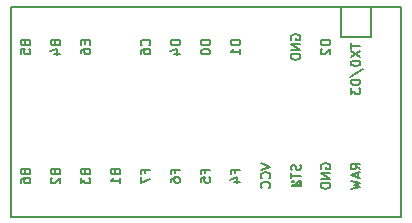
<source format=gbo>
G04 #@! TF.GenerationSoftware,KiCad,Pcbnew,8.0.8*
G04 #@! TF.CreationDate,2025-02-10T09:22:13+01:00*
G04 #@! TF.ProjectId,better,62657474-6572-42e6-9b69-6361645f7063,rev?*
G04 #@! TF.SameCoordinates,Original*
G04 #@! TF.FileFunction,Legend,Bot*
G04 #@! TF.FilePolarity,Positive*
%FSLAX46Y46*%
G04 Gerber Fmt 4.6, Leading zero omitted, Abs format (unit mm)*
G04 Created by KiCad (PCBNEW 8.0.8) date 2025-02-10 09:22:13*
%MOMM*%
%LPD*%
G01*
G04 APERTURE LIST*
%ADD10C,0.150000*%
%ADD11C,0.200000*%
%ADD12R,1.752600X1.752600*%
%ADD13C,1.752600*%
%ADD14R,1.600000X1.600000*%
%ADD15O,1.600000X1.600000*%
%ADD16C,1.750000*%
%ADD17C,4.000000*%
%ADD18C,2.500000*%
%ADD19R,2.000000X2.000000*%
%ADD20C,2.000000*%
%ADD21R,3.200000X2.000000*%
G04 APERTURE END LIST*
D10*
X178628247Y-35490190D02*
X178666342Y-35604476D01*
X178666342Y-35604476D02*
X178704438Y-35642571D01*
X178704438Y-35642571D02*
X178780628Y-35680667D01*
X178780628Y-35680667D02*
X178894914Y-35680667D01*
X178894914Y-35680667D02*
X178971104Y-35642571D01*
X178971104Y-35642571D02*
X179009200Y-35604476D01*
X179009200Y-35604476D02*
X179047295Y-35528286D01*
X179047295Y-35528286D02*
X179047295Y-35223524D01*
X179047295Y-35223524D02*
X178247295Y-35223524D01*
X178247295Y-35223524D02*
X178247295Y-35490190D01*
X178247295Y-35490190D02*
X178285390Y-35566381D01*
X178285390Y-35566381D02*
X178323485Y-35604476D01*
X178323485Y-35604476D02*
X178399676Y-35642571D01*
X178399676Y-35642571D02*
X178475866Y-35642571D01*
X178475866Y-35642571D02*
X178552057Y-35604476D01*
X178552057Y-35604476D02*
X178590152Y-35566381D01*
X178590152Y-35566381D02*
X178628247Y-35490190D01*
X178628247Y-35490190D02*
X178628247Y-35223524D01*
X178247295Y-36404476D02*
X178247295Y-36023524D01*
X178247295Y-36023524D02*
X178628247Y-35985428D01*
X178628247Y-35985428D02*
X178590152Y-36023524D01*
X178590152Y-36023524D02*
X178552057Y-36099714D01*
X178552057Y-36099714D02*
X178552057Y-36290190D01*
X178552057Y-36290190D02*
X178590152Y-36366381D01*
X178590152Y-36366381D02*
X178628247Y-36404476D01*
X178628247Y-36404476D02*
X178704438Y-36442571D01*
X178704438Y-36442571D02*
X178894914Y-36442571D01*
X178894914Y-36442571D02*
X178971104Y-36404476D01*
X178971104Y-36404476D02*
X179009200Y-36366381D01*
X179009200Y-36366381D02*
X179047295Y-36290190D01*
X179047295Y-36290190D02*
X179047295Y-36099714D01*
X179047295Y-36099714D02*
X179009200Y-36023524D01*
X179009200Y-36023524D02*
X178971104Y-35985428D01*
X193868247Y-46469333D02*
X193868247Y-46202667D01*
X194287295Y-46202667D02*
X193487295Y-46202667D01*
X193487295Y-46202667D02*
X193487295Y-46583619D01*
X193487295Y-47269333D02*
X193487295Y-46888381D01*
X193487295Y-46888381D02*
X193868247Y-46850285D01*
X193868247Y-46850285D02*
X193830152Y-46888381D01*
X193830152Y-46888381D02*
X193792057Y-46964571D01*
X193792057Y-46964571D02*
X193792057Y-47155047D01*
X193792057Y-47155047D02*
X193830152Y-47231238D01*
X193830152Y-47231238D02*
X193868247Y-47269333D01*
X193868247Y-47269333D02*
X193944438Y-47307428D01*
X193944438Y-47307428D02*
X194134914Y-47307428D01*
X194134914Y-47307428D02*
X194211104Y-47269333D01*
X194211104Y-47269333D02*
X194249200Y-47231238D01*
X194249200Y-47231238D02*
X194287295Y-47155047D01*
X194287295Y-47155047D02*
X194287295Y-46964571D01*
X194287295Y-46964571D02*
X194249200Y-46888381D01*
X194249200Y-46888381D02*
X194211104Y-46850285D01*
X194287295Y-35223524D02*
X193487295Y-35223524D01*
X193487295Y-35223524D02*
X193487295Y-35414000D01*
X193487295Y-35414000D02*
X193525390Y-35528286D01*
X193525390Y-35528286D02*
X193601580Y-35604476D01*
X193601580Y-35604476D02*
X193677771Y-35642571D01*
X193677771Y-35642571D02*
X193830152Y-35680667D01*
X193830152Y-35680667D02*
X193944438Y-35680667D01*
X193944438Y-35680667D02*
X194096819Y-35642571D01*
X194096819Y-35642571D02*
X194173009Y-35604476D01*
X194173009Y-35604476D02*
X194249200Y-35528286D01*
X194249200Y-35528286D02*
X194287295Y-35414000D01*
X194287295Y-35414000D02*
X194287295Y-35223524D01*
X193487295Y-36175905D02*
X193487295Y-36252095D01*
X193487295Y-36252095D02*
X193525390Y-36328286D01*
X193525390Y-36328286D02*
X193563485Y-36366381D01*
X193563485Y-36366381D02*
X193639676Y-36404476D01*
X193639676Y-36404476D02*
X193792057Y-36442571D01*
X193792057Y-36442571D02*
X193982533Y-36442571D01*
X193982533Y-36442571D02*
X194134914Y-36404476D01*
X194134914Y-36404476D02*
X194211104Y-36366381D01*
X194211104Y-36366381D02*
X194249200Y-36328286D01*
X194249200Y-36328286D02*
X194287295Y-36252095D01*
X194287295Y-36252095D02*
X194287295Y-36175905D01*
X194287295Y-36175905D02*
X194249200Y-36099714D01*
X194249200Y-36099714D02*
X194211104Y-36061619D01*
X194211104Y-36061619D02*
X194134914Y-36023524D01*
X194134914Y-36023524D02*
X193982533Y-35985428D01*
X193982533Y-35985428D02*
X193792057Y-35985428D01*
X193792057Y-35985428D02*
X193639676Y-36023524D01*
X193639676Y-36023524D02*
X193563485Y-36061619D01*
X193563485Y-36061619D02*
X193525390Y-36099714D01*
X193525390Y-36099714D02*
X193487295Y-36175905D01*
X181168247Y-35490190D02*
X181206342Y-35604476D01*
X181206342Y-35604476D02*
X181244438Y-35642571D01*
X181244438Y-35642571D02*
X181320628Y-35680667D01*
X181320628Y-35680667D02*
X181434914Y-35680667D01*
X181434914Y-35680667D02*
X181511104Y-35642571D01*
X181511104Y-35642571D02*
X181549200Y-35604476D01*
X181549200Y-35604476D02*
X181587295Y-35528286D01*
X181587295Y-35528286D02*
X181587295Y-35223524D01*
X181587295Y-35223524D02*
X180787295Y-35223524D01*
X180787295Y-35223524D02*
X180787295Y-35490190D01*
X180787295Y-35490190D02*
X180825390Y-35566381D01*
X180825390Y-35566381D02*
X180863485Y-35604476D01*
X180863485Y-35604476D02*
X180939676Y-35642571D01*
X180939676Y-35642571D02*
X181015866Y-35642571D01*
X181015866Y-35642571D02*
X181092057Y-35604476D01*
X181092057Y-35604476D02*
X181130152Y-35566381D01*
X181130152Y-35566381D02*
X181168247Y-35490190D01*
X181168247Y-35490190D02*
X181168247Y-35223524D01*
X181053961Y-36366381D02*
X181587295Y-36366381D01*
X180749200Y-36175905D02*
X181320628Y-35985428D01*
X181320628Y-35985428D02*
X181320628Y-36480667D01*
X196827295Y-35223524D02*
X196027295Y-35223524D01*
X196027295Y-35223524D02*
X196027295Y-35414000D01*
X196027295Y-35414000D02*
X196065390Y-35528286D01*
X196065390Y-35528286D02*
X196141580Y-35604476D01*
X196141580Y-35604476D02*
X196217771Y-35642571D01*
X196217771Y-35642571D02*
X196370152Y-35680667D01*
X196370152Y-35680667D02*
X196484438Y-35680667D01*
X196484438Y-35680667D02*
X196636819Y-35642571D01*
X196636819Y-35642571D02*
X196713009Y-35604476D01*
X196713009Y-35604476D02*
X196789200Y-35528286D01*
X196789200Y-35528286D02*
X196827295Y-35414000D01*
X196827295Y-35414000D02*
X196827295Y-35223524D01*
X196827295Y-36442571D02*
X196827295Y-35985428D01*
X196827295Y-36214000D02*
X196027295Y-36214000D01*
X196027295Y-36214000D02*
X196141580Y-36137809D01*
X196141580Y-36137809D02*
X196217771Y-36061619D01*
X196217771Y-36061619D02*
X196255866Y-35985428D01*
X206187295Y-35512651D02*
X206187295Y-35969794D01*
X206987295Y-35741222D02*
X206187295Y-35741222D01*
X206187295Y-36160270D02*
X206987295Y-36693604D01*
X206187295Y-36693604D02*
X206987295Y-36160270D01*
X206187295Y-37150747D02*
X206187295Y-37226937D01*
X206187295Y-37226937D02*
X206225390Y-37303128D01*
X206225390Y-37303128D02*
X206263485Y-37341223D01*
X206263485Y-37341223D02*
X206339676Y-37379318D01*
X206339676Y-37379318D02*
X206492057Y-37417413D01*
X206492057Y-37417413D02*
X206682533Y-37417413D01*
X206682533Y-37417413D02*
X206834914Y-37379318D01*
X206834914Y-37379318D02*
X206911104Y-37341223D01*
X206911104Y-37341223D02*
X206949200Y-37303128D01*
X206949200Y-37303128D02*
X206987295Y-37226937D01*
X206987295Y-37226937D02*
X206987295Y-37150747D01*
X206987295Y-37150747D02*
X206949200Y-37074556D01*
X206949200Y-37074556D02*
X206911104Y-37036461D01*
X206911104Y-37036461D02*
X206834914Y-36998366D01*
X206834914Y-36998366D02*
X206682533Y-36960270D01*
X206682533Y-36960270D02*
X206492057Y-36960270D01*
X206492057Y-36960270D02*
X206339676Y-36998366D01*
X206339676Y-36998366D02*
X206263485Y-37036461D01*
X206263485Y-37036461D02*
X206225390Y-37074556D01*
X206225390Y-37074556D02*
X206187295Y-37150747D01*
X206149200Y-38331699D02*
X207177771Y-37645985D01*
X206987295Y-38598366D02*
X206187295Y-38598366D01*
X206187295Y-38598366D02*
X206187295Y-38788842D01*
X206187295Y-38788842D02*
X206225390Y-38903128D01*
X206225390Y-38903128D02*
X206301580Y-38979318D01*
X206301580Y-38979318D02*
X206377771Y-39017413D01*
X206377771Y-39017413D02*
X206530152Y-39055509D01*
X206530152Y-39055509D02*
X206644438Y-39055509D01*
X206644438Y-39055509D02*
X206796819Y-39017413D01*
X206796819Y-39017413D02*
X206873009Y-38979318D01*
X206873009Y-38979318D02*
X206949200Y-38903128D01*
X206949200Y-38903128D02*
X206987295Y-38788842D01*
X206987295Y-38788842D02*
X206987295Y-38598366D01*
X206187295Y-39322175D02*
X206187295Y-39817413D01*
X206187295Y-39817413D02*
X206492057Y-39550747D01*
X206492057Y-39550747D02*
X206492057Y-39665032D01*
X206492057Y-39665032D02*
X206530152Y-39741223D01*
X206530152Y-39741223D02*
X206568247Y-39779318D01*
X206568247Y-39779318D02*
X206644438Y-39817413D01*
X206644438Y-39817413D02*
X206834914Y-39817413D01*
X206834914Y-39817413D02*
X206911104Y-39779318D01*
X206911104Y-39779318D02*
X206949200Y-39741223D01*
X206949200Y-39741223D02*
X206987295Y-39665032D01*
X206987295Y-39665032D02*
X206987295Y-39436461D01*
X206987295Y-39436461D02*
X206949200Y-39360270D01*
X206949200Y-39360270D02*
X206911104Y-39322175D01*
X204447295Y-35223524D02*
X203647295Y-35223524D01*
X203647295Y-35223524D02*
X203647295Y-35414000D01*
X203647295Y-35414000D02*
X203685390Y-35528286D01*
X203685390Y-35528286D02*
X203761580Y-35604476D01*
X203761580Y-35604476D02*
X203837771Y-35642571D01*
X203837771Y-35642571D02*
X203990152Y-35680667D01*
X203990152Y-35680667D02*
X204104438Y-35680667D01*
X204104438Y-35680667D02*
X204256819Y-35642571D01*
X204256819Y-35642571D02*
X204333009Y-35604476D01*
X204333009Y-35604476D02*
X204409200Y-35528286D01*
X204409200Y-35528286D02*
X204447295Y-35414000D01*
X204447295Y-35414000D02*
X204447295Y-35223524D01*
X203723485Y-35985428D02*
X203685390Y-36023524D01*
X203685390Y-36023524D02*
X203647295Y-36099714D01*
X203647295Y-36099714D02*
X203647295Y-36290190D01*
X203647295Y-36290190D02*
X203685390Y-36366381D01*
X203685390Y-36366381D02*
X203723485Y-36404476D01*
X203723485Y-36404476D02*
X203799676Y-36442571D01*
X203799676Y-36442571D02*
X203875866Y-36442571D01*
X203875866Y-36442571D02*
X203990152Y-36404476D01*
X203990152Y-36404476D02*
X204447295Y-35947333D01*
X204447295Y-35947333D02*
X204447295Y-36442571D01*
X183708247Y-46412190D02*
X183746342Y-46526476D01*
X183746342Y-46526476D02*
X183784438Y-46564571D01*
X183784438Y-46564571D02*
X183860628Y-46602667D01*
X183860628Y-46602667D02*
X183974914Y-46602667D01*
X183974914Y-46602667D02*
X184051104Y-46564571D01*
X184051104Y-46564571D02*
X184089200Y-46526476D01*
X184089200Y-46526476D02*
X184127295Y-46450286D01*
X184127295Y-46450286D02*
X184127295Y-46145524D01*
X184127295Y-46145524D02*
X183327295Y-46145524D01*
X183327295Y-46145524D02*
X183327295Y-46412190D01*
X183327295Y-46412190D02*
X183365390Y-46488381D01*
X183365390Y-46488381D02*
X183403485Y-46526476D01*
X183403485Y-46526476D02*
X183479676Y-46564571D01*
X183479676Y-46564571D02*
X183555866Y-46564571D01*
X183555866Y-46564571D02*
X183632057Y-46526476D01*
X183632057Y-46526476D02*
X183670152Y-46488381D01*
X183670152Y-46488381D02*
X183708247Y-46412190D01*
X183708247Y-46412190D02*
X183708247Y-46145524D01*
X183327295Y-46869333D02*
X183327295Y-47364571D01*
X183327295Y-47364571D02*
X183632057Y-47097905D01*
X183632057Y-47097905D02*
X183632057Y-47212190D01*
X183632057Y-47212190D02*
X183670152Y-47288381D01*
X183670152Y-47288381D02*
X183708247Y-47326476D01*
X183708247Y-47326476D02*
X183784438Y-47364571D01*
X183784438Y-47364571D02*
X183974914Y-47364571D01*
X183974914Y-47364571D02*
X184051104Y-47326476D01*
X184051104Y-47326476D02*
X184089200Y-47288381D01*
X184089200Y-47288381D02*
X184127295Y-47212190D01*
X184127295Y-47212190D02*
X184127295Y-46983619D01*
X184127295Y-46983619D02*
X184089200Y-46907428D01*
X184089200Y-46907428D02*
X184051104Y-46869333D01*
X196408247Y-46469333D02*
X196408247Y-46202667D01*
X196827295Y-46202667D02*
X196027295Y-46202667D01*
X196027295Y-46202667D02*
X196027295Y-46583619D01*
X196293961Y-47231238D02*
X196827295Y-47231238D01*
X195989200Y-47040762D02*
X196560628Y-46850285D01*
X196560628Y-46850285D02*
X196560628Y-47345524D01*
X183708247Y-35261619D02*
X183708247Y-35528285D01*
X184127295Y-35642571D02*
X184127295Y-35261619D01*
X184127295Y-35261619D02*
X183327295Y-35261619D01*
X183327295Y-35261619D02*
X183327295Y-35642571D01*
X183327295Y-36328286D02*
X183327295Y-36175905D01*
X183327295Y-36175905D02*
X183365390Y-36099714D01*
X183365390Y-36099714D02*
X183403485Y-36061619D01*
X183403485Y-36061619D02*
X183517771Y-35985429D01*
X183517771Y-35985429D02*
X183670152Y-35947333D01*
X183670152Y-35947333D02*
X183974914Y-35947333D01*
X183974914Y-35947333D02*
X184051104Y-35985429D01*
X184051104Y-35985429D02*
X184089200Y-36023524D01*
X184089200Y-36023524D02*
X184127295Y-36099714D01*
X184127295Y-36099714D02*
X184127295Y-36252095D01*
X184127295Y-36252095D02*
X184089200Y-36328286D01*
X184089200Y-36328286D02*
X184051104Y-36366381D01*
X184051104Y-36366381D02*
X183974914Y-36404476D01*
X183974914Y-36404476D02*
X183784438Y-36404476D01*
X183784438Y-36404476D02*
X183708247Y-36366381D01*
X183708247Y-36366381D02*
X183670152Y-36328286D01*
X183670152Y-36328286D02*
X183632057Y-36252095D01*
X183632057Y-36252095D02*
X183632057Y-36099714D01*
X183632057Y-36099714D02*
X183670152Y-36023524D01*
X183670152Y-36023524D02*
X183708247Y-35985429D01*
X183708247Y-35985429D02*
X183784438Y-35947333D01*
X201145390Y-35204476D02*
X201107295Y-35128286D01*
X201107295Y-35128286D02*
X201107295Y-35014000D01*
X201107295Y-35014000D02*
X201145390Y-34899714D01*
X201145390Y-34899714D02*
X201221580Y-34823524D01*
X201221580Y-34823524D02*
X201297771Y-34785429D01*
X201297771Y-34785429D02*
X201450152Y-34747333D01*
X201450152Y-34747333D02*
X201564438Y-34747333D01*
X201564438Y-34747333D02*
X201716819Y-34785429D01*
X201716819Y-34785429D02*
X201793009Y-34823524D01*
X201793009Y-34823524D02*
X201869200Y-34899714D01*
X201869200Y-34899714D02*
X201907295Y-35014000D01*
X201907295Y-35014000D02*
X201907295Y-35090191D01*
X201907295Y-35090191D02*
X201869200Y-35204476D01*
X201869200Y-35204476D02*
X201831104Y-35242572D01*
X201831104Y-35242572D02*
X201564438Y-35242572D01*
X201564438Y-35242572D02*
X201564438Y-35090191D01*
X201907295Y-35585429D02*
X201107295Y-35585429D01*
X201107295Y-35585429D02*
X201907295Y-36042572D01*
X201907295Y-36042572D02*
X201107295Y-36042572D01*
X201907295Y-36423524D02*
X201107295Y-36423524D01*
X201107295Y-36423524D02*
X201107295Y-36614000D01*
X201107295Y-36614000D02*
X201145390Y-36728286D01*
X201145390Y-36728286D02*
X201221580Y-36804476D01*
X201221580Y-36804476D02*
X201297771Y-36842571D01*
X201297771Y-36842571D02*
X201450152Y-36880667D01*
X201450152Y-36880667D02*
X201564438Y-36880667D01*
X201564438Y-36880667D02*
X201716819Y-36842571D01*
X201716819Y-36842571D02*
X201793009Y-36804476D01*
X201793009Y-36804476D02*
X201869200Y-36728286D01*
X201869200Y-36728286D02*
X201907295Y-36614000D01*
X201907295Y-36614000D02*
X201907295Y-36423524D01*
X201889200Y-45781666D02*
X201927295Y-45895952D01*
X201927295Y-45895952D02*
X201927295Y-46086428D01*
X201927295Y-46086428D02*
X201889200Y-46162619D01*
X201889200Y-46162619D02*
X201851104Y-46200714D01*
X201851104Y-46200714D02*
X201774914Y-46238809D01*
X201774914Y-46238809D02*
X201698723Y-46238809D01*
X201698723Y-46238809D02*
X201622533Y-46200714D01*
X201622533Y-46200714D02*
X201584438Y-46162619D01*
X201584438Y-46162619D02*
X201546342Y-46086428D01*
X201546342Y-46086428D02*
X201508247Y-45934047D01*
X201508247Y-45934047D02*
X201470152Y-45857857D01*
X201470152Y-45857857D02*
X201432057Y-45819762D01*
X201432057Y-45819762D02*
X201355866Y-45781666D01*
X201355866Y-45781666D02*
X201279676Y-45781666D01*
X201279676Y-45781666D02*
X201203485Y-45819762D01*
X201203485Y-45819762D02*
X201165390Y-45857857D01*
X201165390Y-45857857D02*
X201127295Y-45934047D01*
X201127295Y-45934047D02*
X201127295Y-46124524D01*
X201127295Y-46124524D02*
X201165390Y-46238809D01*
X201127295Y-46467381D02*
X201127295Y-46924524D01*
X201927295Y-46695952D02*
X201127295Y-46695952D01*
X198567295Y-45669333D02*
X199367295Y-45936000D01*
X199367295Y-45936000D02*
X198567295Y-46202666D01*
X199291104Y-46926476D02*
X199329200Y-46888380D01*
X199329200Y-46888380D02*
X199367295Y-46774095D01*
X199367295Y-46774095D02*
X199367295Y-46697904D01*
X199367295Y-46697904D02*
X199329200Y-46583618D01*
X199329200Y-46583618D02*
X199253009Y-46507428D01*
X199253009Y-46507428D02*
X199176819Y-46469333D01*
X199176819Y-46469333D02*
X199024438Y-46431237D01*
X199024438Y-46431237D02*
X198910152Y-46431237D01*
X198910152Y-46431237D02*
X198757771Y-46469333D01*
X198757771Y-46469333D02*
X198681580Y-46507428D01*
X198681580Y-46507428D02*
X198605390Y-46583618D01*
X198605390Y-46583618D02*
X198567295Y-46697904D01*
X198567295Y-46697904D02*
X198567295Y-46774095D01*
X198567295Y-46774095D02*
X198605390Y-46888380D01*
X198605390Y-46888380D02*
X198643485Y-46926476D01*
X199291104Y-47726476D02*
X199329200Y-47688380D01*
X199329200Y-47688380D02*
X199367295Y-47574095D01*
X199367295Y-47574095D02*
X199367295Y-47497904D01*
X199367295Y-47497904D02*
X199329200Y-47383618D01*
X199329200Y-47383618D02*
X199253009Y-47307428D01*
X199253009Y-47307428D02*
X199176819Y-47269333D01*
X199176819Y-47269333D02*
X199024438Y-47231237D01*
X199024438Y-47231237D02*
X198910152Y-47231237D01*
X198910152Y-47231237D02*
X198757771Y-47269333D01*
X198757771Y-47269333D02*
X198681580Y-47307428D01*
X198681580Y-47307428D02*
X198605390Y-47383618D01*
X198605390Y-47383618D02*
X198567295Y-47497904D01*
X198567295Y-47497904D02*
X198567295Y-47574095D01*
X198567295Y-47574095D02*
X198605390Y-47688380D01*
X198605390Y-47688380D02*
X198643485Y-47726476D01*
X178628247Y-46412190D02*
X178666342Y-46526476D01*
X178666342Y-46526476D02*
X178704438Y-46564571D01*
X178704438Y-46564571D02*
X178780628Y-46602667D01*
X178780628Y-46602667D02*
X178894914Y-46602667D01*
X178894914Y-46602667D02*
X178971104Y-46564571D01*
X178971104Y-46564571D02*
X179009200Y-46526476D01*
X179009200Y-46526476D02*
X179047295Y-46450286D01*
X179047295Y-46450286D02*
X179047295Y-46145524D01*
X179047295Y-46145524D02*
X178247295Y-46145524D01*
X178247295Y-46145524D02*
X178247295Y-46412190D01*
X178247295Y-46412190D02*
X178285390Y-46488381D01*
X178285390Y-46488381D02*
X178323485Y-46526476D01*
X178323485Y-46526476D02*
X178399676Y-46564571D01*
X178399676Y-46564571D02*
X178475866Y-46564571D01*
X178475866Y-46564571D02*
X178552057Y-46526476D01*
X178552057Y-46526476D02*
X178590152Y-46488381D01*
X178590152Y-46488381D02*
X178628247Y-46412190D01*
X178628247Y-46412190D02*
X178628247Y-46145524D01*
X178247295Y-47288381D02*
X178247295Y-47136000D01*
X178247295Y-47136000D02*
X178285390Y-47059809D01*
X178285390Y-47059809D02*
X178323485Y-47021714D01*
X178323485Y-47021714D02*
X178437771Y-46945524D01*
X178437771Y-46945524D02*
X178590152Y-46907428D01*
X178590152Y-46907428D02*
X178894914Y-46907428D01*
X178894914Y-46907428D02*
X178971104Y-46945524D01*
X178971104Y-46945524D02*
X179009200Y-46983619D01*
X179009200Y-46983619D02*
X179047295Y-47059809D01*
X179047295Y-47059809D02*
X179047295Y-47212190D01*
X179047295Y-47212190D02*
X179009200Y-47288381D01*
X179009200Y-47288381D02*
X178971104Y-47326476D01*
X178971104Y-47326476D02*
X178894914Y-47364571D01*
X178894914Y-47364571D02*
X178704438Y-47364571D01*
X178704438Y-47364571D02*
X178628247Y-47326476D01*
X178628247Y-47326476D02*
X178590152Y-47288381D01*
X178590152Y-47288381D02*
X178552057Y-47212190D01*
X178552057Y-47212190D02*
X178552057Y-47059809D01*
X178552057Y-47059809D02*
X178590152Y-46983619D01*
X178590152Y-46983619D02*
X178628247Y-46945524D01*
X178628247Y-46945524D02*
X178704438Y-46907428D01*
X203685390Y-46126476D02*
X203647295Y-46050286D01*
X203647295Y-46050286D02*
X203647295Y-45936000D01*
X203647295Y-45936000D02*
X203685390Y-45821714D01*
X203685390Y-45821714D02*
X203761580Y-45745524D01*
X203761580Y-45745524D02*
X203837771Y-45707429D01*
X203837771Y-45707429D02*
X203990152Y-45669333D01*
X203990152Y-45669333D02*
X204104438Y-45669333D01*
X204104438Y-45669333D02*
X204256819Y-45707429D01*
X204256819Y-45707429D02*
X204333009Y-45745524D01*
X204333009Y-45745524D02*
X204409200Y-45821714D01*
X204409200Y-45821714D02*
X204447295Y-45936000D01*
X204447295Y-45936000D02*
X204447295Y-46012191D01*
X204447295Y-46012191D02*
X204409200Y-46126476D01*
X204409200Y-46126476D02*
X204371104Y-46164572D01*
X204371104Y-46164572D02*
X204104438Y-46164572D01*
X204104438Y-46164572D02*
X204104438Y-46012191D01*
X204447295Y-46507429D02*
X203647295Y-46507429D01*
X203647295Y-46507429D02*
X204447295Y-46964572D01*
X204447295Y-46964572D02*
X203647295Y-46964572D01*
X204447295Y-47345524D02*
X203647295Y-47345524D01*
X203647295Y-47345524D02*
X203647295Y-47536000D01*
X203647295Y-47536000D02*
X203685390Y-47650286D01*
X203685390Y-47650286D02*
X203761580Y-47726476D01*
X203761580Y-47726476D02*
X203837771Y-47764571D01*
X203837771Y-47764571D02*
X203990152Y-47802667D01*
X203990152Y-47802667D02*
X204104438Y-47802667D01*
X204104438Y-47802667D02*
X204256819Y-47764571D01*
X204256819Y-47764571D02*
X204333009Y-47726476D01*
X204333009Y-47726476D02*
X204409200Y-47650286D01*
X204409200Y-47650286D02*
X204447295Y-47536000D01*
X204447295Y-47536000D02*
X204447295Y-47345524D01*
X189131104Y-35680667D02*
X189169200Y-35642571D01*
X189169200Y-35642571D02*
X189207295Y-35528286D01*
X189207295Y-35528286D02*
X189207295Y-35452095D01*
X189207295Y-35452095D02*
X189169200Y-35337809D01*
X189169200Y-35337809D02*
X189093009Y-35261619D01*
X189093009Y-35261619D02*
X189016819Y-35223524D01*
X189016819Y-35223524D02*
X188864438Y-35185428D01*
X188864438Y-35185428D02*
X188750152Y-35185428D01*
X188750152Y-35185428D02*
X188597771Y-35223524D01*
X188597771Y-35223524D02*
X188521580Y-35261619D01*
X188521580Y-35261619D02*
X188445390Y-35337809D01*
X188445390Y-35337809D02*
X188407295Y-35452095D01*
X188407295Y-35452095D02*
X188407295Y-35528286D01*
X188407295Y-35528286D02*
X188445390Y-35642571D01*
X188445390Y-35642571D02*
X188483485Y-35680667D01*
X188407295Y-36366381D02*
X188407295Y-36214000D01*
X188407295Y-36214000D02*
X188445390Y-36137809D01*
X188445390Y-36137809D02*
X188483485Y-36099714D01*
X188483485Y-36099714D02*
X188597771Y-36023524D01*
X188597771Y-36023524D02*
X188750152Y-35985428D01*
X188750152Y-35985428D02*
X189054914Y-35985428D01*
X189054914Y-35985428D02*
X189131104Y-36023524D01*
X189131104Y-36023524D02*
X189169200Y-36061619D01*
X189169200Y-36061619D02*
X189207295Y-36137809D01*
X189207295Y-36137809D02*
X189207295Y-36290190D01*
X189207295Y-36290190D02*
X189169200Y-36366381D01*
X189169200Y-36366381D02*
X189131104Y-36404476D01*
X189131104Y-36404476D02*
X189054914Y-36442571D01*
X189054914Y-36442571D02*
X188864438Y-36442571D01*
X188864438Y-36442571D02*
X188788247Y-36404476D01*
X188788247Y-36404476D02*
X188750152Y-36366381D01*
X188750152Y-36366381D02*
X188712057Y-36290190D01*
X188712057Y-36290190D02*
X188712057Y-36137809D01*
X188712057Y-36137809D02*
X188750152Y-36061619D01*
X188750152Y-36061619D02*
X188788247Y-36023524D01*
X188788247Y-36023524D02*
X188864438Y-35985428D01*
X186248247Y-46412190D02*
X186286342Y-46526476D01*
X186286342Y-46526476D02*
X186324438Y-46564571D01*
X186324438Y-46564571D02*
X186400628Y-46602667D01*
X186400628Y-46602667D02*
X186514914Y-46602667D01*
X186514914Y-46602667D02*
X186591104Y-46564571D01*
X186591104Y-46564571D02*
X186629200Y-46526476D01*
X186629200Y-46526476D02*
X186667295Y-46450286D01*
X186667295Y-46450286D02*
X186667295Y-46145524D01*
X186667295Y-46145524D02*
X185867295Y-46145524D01*
X185867295Y-46145524D02*
X185867295Y-46412190D01*
X185867295Y-46412190D02*
X185905390Y-46488381D01*
X185905390Y-46488381D02*
X185943485Y-46526476D01*
X185943485Y-46526476D02*
X186019676Y-46564571D01*
X186019676Y-46564571D02*
X186095866Y-46564571D01*
X186095866Y-46564571D02*
X186172057Y-46526476D01*
X186172057Y-46526476D02*
X186210152Y-46488381D01*
X186210152Y-46488381D02*
X186248247Y-46412190D01*
X186248247Y-46412190D02*
X186248247Y-46145524D01*
X186667295Y-47364571D02*
X186667295Y-46907428D01*
X186667295Y-47136000D02*
X185867295Y-47136000D01*
X185867295Y-47136000D02*
X185981580Y-47059809D01*
X185981580Y-47059809D02*
X186057771Y-46983619D01*
X186057771Y-46983619D02*
X186095866Y-46907428D01*
X191328247Y-46469333D02*
X191328247Y-46202667D01*
X191747295Y-46202667D02*
X190947295Y-46202667D01*
X190947295Y-46202667D02*
X190947295Y-46583619D01*
X190947295Y-47231238D02*
X190947295Y-47078857D01*
X190947295Y-47078857D02*
X190985390Y-47002666D01*
X190985390Y-47002666D02*
X191023485Y-46964571D01*
X191023485Y-46964571D02*
X191137771Y-46888381D01*
X191137771Y-46888381D02*
X191290152Y-46850285D01*
X191290152Y-46850285D02*
X191594914Y-46850285D01*
X191594914Y-46850285D02*
X191671104Y-46888381D01*
X191671104Y-46888381D02*
X191709200Y-46926476D01*
X191709200Y-46926476D02*
X191747295Y-47002666D01*
X191747295Y-47002666D02*
X191747295Y-47155047D01*
X191747295Y-47155047D02*
X191709200Y-47231238D01*
X191709200Y-47231238D02*
X191671104Y-47269333D01*
X191671104Y-47269333D02*
X191594914Y-47307428D01*
X191594914Y-47307428D02*
X191404438Y-47307428D01*
X191404438Y-47307428D02*
X191328247Y-47269333D01*
X191328247Y-47269333D02*
X191290152Y-47231238D01*
X191290152Y-47231238D02*
X191252057Y-47155047D01*
X191252057Y-47155047D02*
X191252057Y-47002666D01*
X191252057Y-47002666D02*
X191290152Y-46926476D01*
X191290152Y-46926476D02*
X191328247Y-46888381D01*
X191328247Y-46888381D02*
X191404438Y-46850285D01*
X191747295Y-35223524D02*
X190947295Y-35223524D01*
X190947295Y-35223524D02*
X190947295Y-35414000D01*
X190947295Y-35414000D02*
X190985390Y-35528286D01*
X190985390Y-35528286D02*
X191061580Y-35604476D01*
X191061580Y-35604476D02*
X191137771Y-35642571D01*
X191137771Y-35642571D02*
X191290152Y-35680667D01*
X191290152Y-35680667D02*
X191404438Y-35680667D01*
X191404438Y-35680667D02*
X191556819Y-35642571D01*
X191556819Y-35642571D02*
X191633009Y-35604476D01*
X191633009Y-35604476D02*
X191709200Y-35528286D01*
X191709200Y-35528286D02*
X191747295Y-35414000D01*
X191747295Y-35414000D02*
X191747295Y-35223524D01*
X191213961Y-36366381D02*
X191747295Y-36366381D01*
X190909200Y-36175905D02*
X191480628Y-35985428D01*
X191480628Y-35985428D02*
X191480628Y-36480667D01*
X181168247Y-46412190D02*
X181206342Y-46526476D01*
X181206342Y-46526476D02*
X181244438Y-46564571D01*
X181244438Y-46564571D02*
X181320628Y-46602667D01*
X181320628Y-46602667D02*
X181434914Y-46602667D01*
X181434914Y-46602667D02*
X181511104Y-46564571D01*
X181511104Y-46564571D02*
X181549200Y-46526476D01*
X181549200Y-46526476D02*
X181587295Y-46450286D01*
X181587295Y-46450286D02*
X181587295Y-46145524D01*
X181587295Y-46145524D02*
X180787295Y-46145524D01*
X180787295Y-46145524D02*
X180787295Y-46412190D01*
X180787295Y-46412190D02*
X180825390Y-46488381D01*
X180825390Y-46488381D02*
X180863485Y-46526476D01*
X180863485Y-46526476D02*
X180939676Y-46564571D01*
X180939676Y-46564571D02*
X181015866Y-46564571D01*
X181015866Y-46564571D02*
X181092057Y-46526476D01*
X181092057Y-46526476D02*
X181130152Y-46488381D01*
X181130152Y-46488381D02*
X181168247Y-46412190D01*
X181168247Y-46412190D02*
X181168247Y-46145524D01*
X180863485Y-46907428D02*
X180825390Y-46945524D01*
X180825390Y-46945524D02*
X180787295Y-47021714D01*
X180787295Y-47021714D02*
X180787295Y-47212190D01*
X180787295Y-47212190D02*
X180825390Y-47288381D01*
X180825390Y-47288381D02*
X180863485Y-47326476D01*
X180863485Y-47326476D02*
X180939676Y-47364571D01*
X180939676Y-47364571D02*
X181015866Y-47364571D01*
X181015866Y-47364571D02*
X181130152Y-47326476D01*
X181130152Y-47326476D02*
X181587295Y-46869333D01*
X181587295Y-46869333D02*
X181587295Y-47364571D01*
X188788247Y-46469333D02*
X188788247Y-46202667D01*
X189207295Y-46202667D02*
X188407295Y-46202667D01*
X188407295Y-46202667D02*
X188407295Y-46583619D01*
X188407295Y-46812190D02*
X188407295Y-47345524D01*
X188407295Y-47345524D02*
X189207295Y-47002666D01*
X206987295Y-46183619D02*
X206606342Y-45916952D01*
X206987295Y-45726476D02*
X206187295Y-45726476D01*
X206187295Y-45726476D02*
X206187295Y-46031238D01*
X206187295Y-46031238D02*
X206225390Y-46107428D01*
X206225390Y-46107428D02*
X206263485Y-46145523D01*
X206263485Y-46145523D02*
X206339676Y-46183619D01*
X206339676Y-46183619D02*
X206453961Y-46183619D01*
X206453961Y-46183619D02*
X206530152Y-46145523D01*
X206530152Y-46145523D02*
X206568247Y-46107428D01*
X206568247Y-46107428D02*
X206606342Y-46031238D01*
X206606342Y-46031238D02*
X206606342Y-45726476D01*
X206758723Y-46488380D02*
X206758723Y-46869333D01*
X206987295Y-46412190D02*
X206187295Y-46678857D01*
X206187295Y-46678857D02*
X206987295Y-46945523D01*
X206187295Y-47135999D02*
X206987295Y-47326475D01*
X206987295Y-47326475D02*
X206415866Y-47478856D01*
X206415866Y-47478856D02*
X206987295Y-47631237D01*
X206987295Y-47631237D02*
X206187295Y-47821714D01*
D11*
G04 #@! TO.C,U1*
X177415000Y-32385000D02*
X177415000Y-50165000D01*
X177415000Y-50165000D02*
X210435000Y-50165000D01*
X205355000Y-34925000D02*
X205355000Y-32385000D01*
X207895000Y-34925000D02*
X205355000Y-34925000D01*
X207895000Y-34925000D02*
X207895000Y-32385000D01*
X210435000Y-32385000D02*
X177415000Y-32385000D01*
X210435000Y-50165000D02*
X210435000Y-32385000D01*
D10*
X201405970Y-47219635D02*
X201205970Y-47219635D01*
X201205970Y-47119635D01*
X201405970Y-47119635D01*
X201405970Y-47219635D01*
G36*
X201405970Y-47219635D02*
G01*
X201205970Y-47219635D01*
X201205970Y-47119635D01*
X201405970Y-47119635D01*
X201405970Y-47219635D01*
G37*
X201605970Y-47419635D02*
X201505970Y-47419635D01*
X201505970Y-47319635D01*
X201605970Y-47319635D01*
X201605970Y-47419635D01*
G36*
X201605970Y-47419635D02*
G01*
X201505970Y-47419635D01*
X201505970Y-47319635D01*
X201605970Y-47319635D01*
X201605970Y-47419635D01*
G37*
X202005970Y-47219635D02*
X201705970Y-47219635D01*
X201705970Y-47119635D01*
X202005970Y-47119635D01*
X202005970Y-47219635D01*
G36*
X202005970Y-47219635D02*
G01*
X201705970Y-47219635D01*
X201705970Y-47119635D01*
X202005970Y-47119635D01*
X202005970Y-47219635D01*
G37*
X202005970Y-47619635D02*
X201905970Y-47619635D01*
X201905970Y-47119635D01*
X202005970Y-47119635D01*
X202005970Y-47619635D01*
G36*
X202005970Y-47619635D02*
G01*
X201905970Y-47619635D01*
X201905970Y-47119635D01*
X202005970Y-47119635D01*
X202005970Y-47619635D01*
G37*
X202005970Y-47619635D02*
X201205970Y-47619635D01*
X201205970Y-47519635D01*
X202005970Y-47519635D01*
X202005970Y-47619635D01*
G36*
X202005970Y-47619635D02*
G01*
X201205970Y-47619635D01*
X201205970Y-47519635D01*
X202005970Y-47519635D01*
X202005970Y-47619635D01*
G37*
G04 #@! TD*
D12*
G04 #@! TO.C,U1*
X206625000Y-33655000D03*
D13*
X204085000Y-33655000D03*
X201545000Y-33655000D03*
X199005000Y-33655000D03*
X196465000Y-33655000D03*
X193925000Y-33655000D03*
X191385000Y-33655000D03*
X188845000Y-33655000D03*
X186305000Y-33655000D03*
X183765000Y-33655000D03*
X181225000Y-33655000D03*
X178685000Y-33655000D03*
X178685000Y-48895000D03*
X181225000Y-48895000D03*
X183765000Y-48895000D03*
X186305000Y-48895000D03*
X188845000Y-48895000D03*
X191385000Y-48895000D03*
X193925000Y-48895000D03*
X196465000Y-48895000D03*
X199005000Y-48895000D03*
X201545000Y-48895000D03*
X204085000Y-48895000D03*
X206625000Y-48895000D03*
G04 #@! TD*
%LPC*%
D14*
G04 #@! TO.C,D4*
X210435000Y-63500000D03*
D15*
X210435000Y-55880000D03*
G04 #@! TD*
D14*
G04 #@! TO.C,D9*
X153285000Y-101600000D03*
D15*
X153285000Y-93980000D03*
G04 #@! TD*
D16*
G04 #@! TO.C,S4*
X195830000Y-59690000D03*
D17*
X200910000Y-59690000D03*
D16*
X205990000Y-59690000D03*
D18*
X197100000Y-57150000D03*
X203450000Y-54610000D03*
G04 #@! TD*
D12*
G04 #@! TO.C,U1*
X206625000Y-33655000D03*
D13*
X204085000Y-33655000D03*
X201545000Y-33655000D03*
X199005000Y-33655000D03*
X196465000Y-33655000D03*
X193925000Y-33655000D03*
X191385000Y-33655000D03*
X188845000Y-33655000D03*
X186305000Y-33655000D03*
X183765000Y-33655000D03*
X181225000Y-33655000D03*
X178685000Y-33655000D03*
X178685000Y-48895000D03*
X181225000Y-48895000D03*
X183765000Y-48895000D03*
X186305000Y-48895000D03*
X188845000Y-48895000D03*
X191385000Y-48895000D03*
X193925000Y-48895000D03*
X196465000Y-48895000D03*
X199005000Y-48895000D03*
X201545000Y-48895000D03*
X204085000Y-48895000D03*
X206625000Y-48895000D03*
G04 #@! TD*
D14*
G04 #@! TO.C,D10*
X172335000Y-101600000D03*
D15*
X172335000Y-93980000D03*
G04 #@! TD*
D16*
G04 #@! TO.C,S9*
X138680000Y-97790000D03*
D17*
X143760000Y-97790000D03*
D16*
X148840000Y-97790000D03*
D18*
X139950000Y-95250000D03*
X146300000Y-92710000D03*
G04 #@! TD*
D16*
G04 #@! TO.C,S2*
X157730000Y-59690000D03*
D17*
X162810000Y-59690000D03*
D16*
X167890000Y-59690000D03*
D18*
X159000000Y-57150000D03*
X165350000Y-54610000D03*
G04 #@! TD*
D14*
G04 #@! TO.C,D5*
X153285000Y-82550000D03*
D15*
X153285000Y-74930000D03*
G04 #@! TD*
D16*
G04 #@! TO.C,S10*
X157730000Y-97790000D03*
D17*
X162810000Y-97790000D03*
D16*
X167890000Y-97790000D03*
D18*
X159000000Y-95250000D03*
X165350000Y-92710000D03*
G04 #@! TD*
D14*
G04 #@! TO.C,D8*
X210435000Y-82550000D03*
D15*
X210435000Y-74930000D03*
G04 #@! TD*
D16*
G04 #@! TO.C,S1*
X138680000Y-59690000D03*
D17*
X143760000Y-59690000D03*
D16*
X148840000Y-59690000D03*
D18*
X139950000Y-57150000D03*
X146300000Y-54610000D03*
G04 #@! TD*
D16*
G04 #@! TO.C,S3*
X176780000Y-59690000D03*
D17*
X181860000Y-59690000D03*
D16*
X186940000Y-59690000D03*
D18*
X178050000Y-57150000D03*
X184400000Y-54610000D03*
G04 #@! TD*
D19*
G04 #@! TO.C,SW1*
X136260000Y-38140000D03*
D20*
X136260000Y-43140000D03*
X136260000Y-40640000D03*
D21*
X143760000Y-35040000D03*
X143760000Y-46240000D03*
D20*
X150760000Y-43140000D03*
X150760000Y-38140000D03*
G04 #@! TD*
D14*
G04 #@! TO.C,D11*
X191385000Y-101600000D03*
D15*
X191385000Y-93980000D03*
G04 #@! TD*
D14*
G04 #@! TO.C,D6*
X172335000Y-82550000D03*
D15*
X172335000Y-74930000D03*
G04 #@! TD*
D14*
G04 #@! TO.C,D3*
X191385000Y-63500000D03*
D15*
X191385000Y-55880000D03*
G04 #@! TD*
D14*
G04 #@! TO.C,D7*
X191385000Y-82550000D03*
D15*
X191385000Y-74930000D03*
G04 #@! TD*
D16*
G04 #@! TO.C,S11*
X176780000Y-97790000D03*
D17*
X181860000Y-97790000D03*
D16*
X186940000Y-97790000D03*
D18*
X178050000Y-95250000D03*
X184400000Y-92710000D03*
G04 #@! TD*
D16*
G04 #@! TO.C,S6*
X157730000Y-78740000D03*
D17*
X162810000Y-78740000D03*
D16*
X167890000Y-78740000D03*
D18*
X159000000Y-76200000D03*
X165350000Y-73660000D03*
G04 #@! TD*
D16*
G04 #@! TO.C,S5*
X138680000Y-78740000D03*
D17*
X143760000Y-78740000D03*
D16*
X148840000Y-78740000D03*
D18*
X139950000Y-76200000D03*
X146300000Y-73660000D03*
G04 #@! TD*
D14*
G04 #@! TO.C,D12*
X210435000Y-101600000D03*
D15*
X210435000Y-93980000D03*
G04 #@! TD*
D14*
G04 #@! TO.C,D1*
X153285000Y-63500000D03*
D15*
X153285000Y-55880000D03*
G04 #@! TD*
D14*
G04 #@! TO.C,D2*
X172335000Y-63500000D03*
D15*
X172335000Y-55880000D03*
G04 #@! TD*
D16*
G04 #@! TO.C,S12*
X195830000Y-97790000D03*
D17*
X200910000Y-97790000D03*
D16*
X205990000Y-97790000D03*
D18*
X197100000Y-95250000D03*
X203450000Y-92710000D03*
G04 #@! TD*
D16*
G04 #@! TO.C,S8*
X195830000Y-78740000D03*
D17*
X200910000Y-78740000D03*
D16*
X205990000Y-78740000D03*
D18*
X197100000Y-76200000D03*
X203450000Y-73660000D03*
G04 #@! TD*
D16*
G04 #@! TO.C,S7*
X176780000Y-78740000D03*
D17*
X181860000Y-78740000D03*
D16*
X186940000Y-78740000D03*
D18*
X178050000Y-76200000D03*
X184400000Y-73660000D03*
G04 #@! TD*
%LPD*%
M02*

</source>
